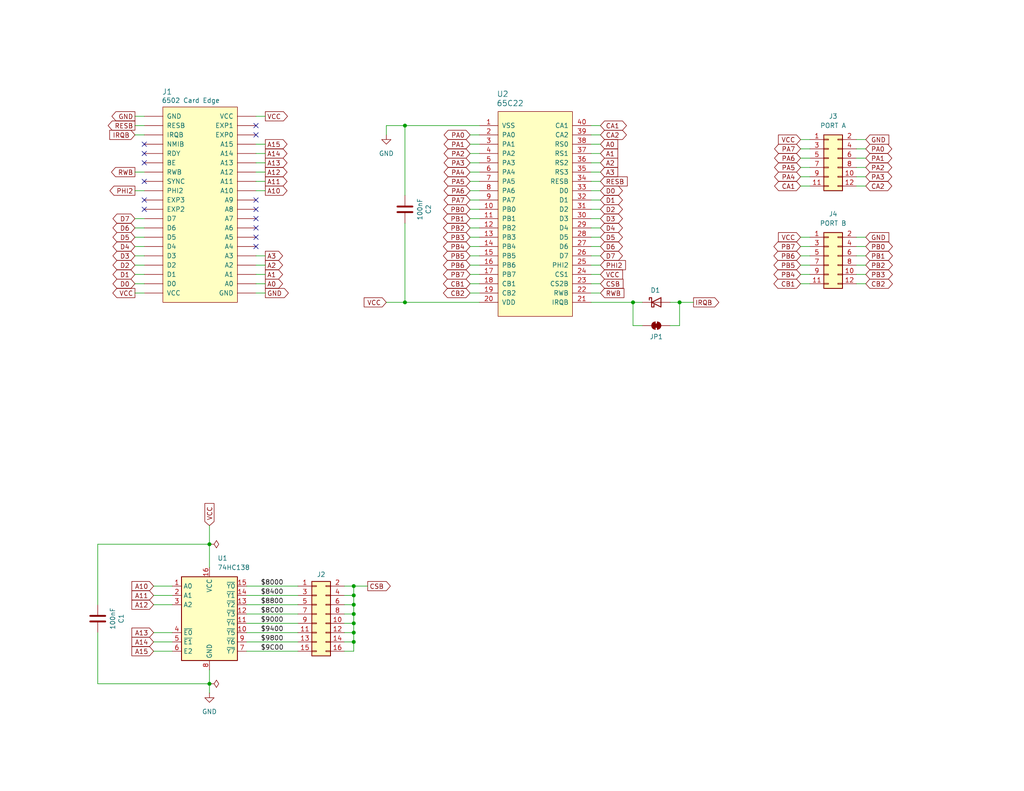
<source format=kicad_sch>
(kicad_sch (version 20231120) (generator "eeschema") (generator_version "8.0")
  (paper "USLetter")
  (title_block (title "6502 GPIO Card") (date "2024-06-12") (rev "1.0") (company "A.C. Wright Design"))
  (lib_symbols
    (symbol "6502 Parts:6502 Card Edge" (pin_names (offset 1.016)) (in_bom no)
      (property "Reference" "J" (at -10.16 28.448 0))
      (property "Value" "6502 Card Edge" (at -5.588 26.924 0))
      (symbol "6502 Card Edge_1_0"
        (rectangle (start -10.16 25.4) (end 10.16 -27.94) (fill (type background)))
        (pin bidirectional line (at 15.24 -22.86 180) (length 5.08) (name "A0") (number "A0"))
        (pin bidirectional line (at 15.24 -20.32 180) (length 5.08) (name "A1") (number "A1"))
        (pin bidirectional line (at 15.24 2.54 180) (length 5.08) (name "A10") (number "A10"))
        (pin bidirectional line (at 15.24 5.08 180) (length 5.08) (name "A11") (number "A11"))
        (pin bidirectional line (at 15.24 7.62 180) (length 5.08) (name "A12") (number "A12"))
        (pin bidirectional line (at 15.24 10.16 180) (length 5.08) (name "A13") (number "A13"))
        (pin bidirectional line (at 15.24 12.7 180) (length 5.08) (name "A14") (number "A14"))
        (pin bidirectional line (at 15.24 15.24 180) (length 5.08) (name "A15") (number "A15"))
        (pin bidirectional line (at 15.24 -17.78 180) (length 5.08) (name "A2") (number "A2"))
        (pin bidirectional line (at 15.24 -15.24 180) (length 5.08) (name "A3") (number "A3"))
        (pin bidirectional line (at 15.24 -12.7 180) (length 5.08) (name "A4") (number "A4"))
        (pin bidirectional line (at 15.24 -10.16 180) (length 5.08) (name "A5") (number "A5"))
        (pin bidirectional line (at 15.24 -7.62 180) (length 5.08) (name "A6") (number "A6"))
        (pin bidirectional line (at 15.24 -5.08 180) (length 5.08) (name "A7") (number "A7"))
        (pin bidirectional line (at 15.24 -2.54 180) (length 5.08) (name "A8") (number "A8"))
        (pin bidirectional line (at 15.24 0 180) (length 5.08) (name "A9") (number "A9"))
        (pin bidirectional line (at -15.24 10.16 0) (length 5.08) (name "BE") (number "BE"))
        (pin bidirectional line (at -15.24 -22.86 0) (length 5.08) (name "D0") (number "D0"))
        (pin bidirectional line (at -15.24 -20.32 0) (length 5.08) (name "D1") (number "D1"))
        (pin bidirectional line (at -15.24 -17.78 0) (length 5.08) (name "D2") (number "D2"))
        (pin bidirectional line (at -15.24 -15.24 0) (length 5.08) (name "D3") (number "D3"))
        (pin bidirectional line (at -15.24 -12.7 0) (length 5.08) (name "D4") (number "D4"))
        (pin bidirectional line (at -15.24 -10.16 0) (length 5.08) (name "D5") (number "D5"))
        (pin bidirectional line (at -15.24 -7.62 0) (length 5.08) (name "D6") (number "D6"))
        (pin bidirectional line (at -15.24 -5.08 0) (length 5.08) (name "D7") (number "D7"))
        (pin bidirectional line (at 15.24 17.78 180) (length 5.08) (name "EXP0") (number "EXP0"))
        (pin bidirectional line (at 15.24 20.32 180) (length 5.08) (name "EXP1") (number "EXP1"))
        (pin bidirectional line (at -15.24 -2.54 0) (length 5.08) (name "EXP2") (number "EXP2"))
        (pin bidirectional line (at -15.24 0 0) (length 5.08) (name "EXP3") (number "EXP3"))
        (pin power_in line (at -15.24 22.86 0) (length 5.08) (name "GND") (number "GND"))
        (pin power_in line (at 15.24 -25.4 180) (length 5.08) (name "GND") (number "GND"))
        (pin bidirectional line (at -15.24 17.78 0) (length 5.08) (name "IRQB") (number "IRQB"))
        (pin bidirectional line (at -15.24 15.24 0) (length 5.08) (name "NMIB") (number "NMIB"))
        (pin bidirectional line (at -15.24 2.54 0) (length 5.08) (name "PHI2") (number "PHI2"))
        (pin bidirectional line (at -15.24 12.7 0) (length 5.08) (name "RDY") (number "RDY"))
        (pin bidirectional line (at -15.24 20.32 0) (length 5.08) (name "RESB") (number "RESB"))
        (pin bidirectional line (at -15.24 7.62 0) (length 5.08) (name "RWB") (number "RWB"))
        (pin bidirectional line (at -15.24 5.08 0) (length 5.08) (name "SYNC") (number "SYNC"))
        (pin power_in line (at -15.24 -25.4 0) (length 5.08) (name "VCC") (number "VCC"))
        (pin power_in line (at 15.24 22.86 180) (length 5.08) (name "VCC") (number "VCC"))
      )
    )
    (symbol "6502 Parts:65C22" (pin_names (offset 1.016))
      (property "Reference" "U" (at 26.67 7.62 0))
      (property "Value" "65C22" (at 26.67 5.08 0))
      (symbol "65C22_0_1"
        (rectangle (start 5.08 3.81) (end 25.4 -52.07) (fill (type background)))
      )
      (symbol "65C22_1_0"
        (pin power_in line (at 0 0 0) (length 5.08) (name "VSS") (number "1"))
        (pin bidirectional line (at 0 -22.86 0) (length 5.08) (name "PB0") (number "10"))
        (pin bidirectional line (at 0 -25.4 0) (length 5.08) (name "PB1") (number "11"))
        (pin bidirectional line (at 0 -27.94 0) (length 5.08) (name "PB2") (number "12"))
        (pin bidirectional line (at 0 -30.48 0) (length 5.08) (name "PB3") (number "13"))
        (pin bidirectional line (at 0 -33.02 0) (length 5.08) (name "PB4") (number "14"))
        (pin bidirectional line (at 0 -35.56 0) (length 5.08) (name "PB5") (number "15"))
        (pin bidirectional line (at 0 -38.1 0) (length 5.08) (name "PB6") (number "16"))
        (pin bidirectional line (at 0 -40.64 0) (length 5.08) (name "PB7") (number "17"))
        (pin bidirectional line (at 0 -43.18 0) (length 5.08) (name "CB1") (number "18"))
        (pin bidirectional line (at 0 -45.72 0) (length 5.08) (name "CB2") (number "19"))
        (pin bidirectional line (at 0 -2.54 0) (length 5.08) (name "PA0") (number "2"))
        (pin power_in line (at 0 -48.26 0) (length 5.08) (name "VDD") (number "20"))
        (pin output line (at 30.48 -48.26 180) (length 5.08) (name "IRQB") (number "21"))
        (pin input line (at 30.48 -45.72 180) (length 5.08) (name "RWB") (number "22"))
        (pin input line (at 30.48 -43.18 180) (length 5.08) (name "CS2B") (number "23"))
        (pin input line (at 30.48 -40.64 180) (length 5.08) (name "CS1") (number "24"))
        (pin input line (at 30.48 -38.1 180) (length 5.08) (name "PHI2") (number "25"))
        (pin output line (at 30.48 -35.56 180) (length 5.08) (name "D7") (number "26"))
        (pin output line (at 30.48 -33.02 180) (length 5.08) (name "D6") (number "27"))
        (pin output line (at 30.48 -30.48 180) (length 5.08) (name "D5") (number "28"))
        (pin output line (at 30.48 -27.94 180) (length 5.08) (name "D4") (number "29"))
        (pin bidirectional line (at 0 -5.08 0) (length 5.08) (name "PA1") (number "3"))
        (pin output line (at 30.48 -25.4 180) (length 5.08) (name "D3") (number "30"))
        (pin output line (at 30.48 -22.86 180) (length 5.08) (name "D2") (number "31"))
        (pin output line (at 30.48 -20.32 180) (length 5.08) (name "D1") (number "32"))
        (pin output line (at 30.48 -17.78 180) (length 5.08) (name "D0") (number "33"))
        (pin input line (at 30.48 -15.24 180) (length 5.08) (name "RESB") (number "34"))
        (pin input line (at 30.48 -12.7 180) (length 5.08) (name "RS3") (number "35"))
        (pin input line (at 30.48 -10.16 180) (length 5.08) (name "RS2") (number "36"))
        (pin input line (at 30.48 -7.62 180) (length 5.08) (name "RS1") (number "37"))
        (pin input line (at 30.48 -5.08 180) (length 5.08) (name "RS0") (number "38"))
        (pin bidirectional line (at 30.48 -2.54 180) (length 5.08) (name "CA2") (number "39"))
        (pin bidirectional line (at 0 -7.62 0) (length 5.08) (name "PA2") (number "4"))
        (pin bidirectional line (at 30.48 0 180) (length 5.08) (name "CA1") (number "40"))
        (pin bidirectional line (at 0 -10.16 0) (length 5.08) (name "PA3") (number "5"))
        (pin bidirectional line (at 0 -12.7 0) (length 5.08) (name "PA4") (number "6"))
        (pin bidirectional line (at 0 -15.24 0) (length 5.08) (name "PA5") (number "7"))
        (pin bidirectional line (at 0 -17.78 0) (length 5.08) (name "PA6") (number "8"))
        (pin bidirectional line (at 0 -20.32 0) (length 5.08) (name "PA7") (number "9"))
      )
    )
    (symbol "74xx:74HC138"
      (property "Reference" "U" (at -7.62 13.97 0))
      (property "Value" "74HC138" (at 2.54 -11.43 0))
      (symbol "74HC138_0_1"
        (rectangle (start -7.62 12.7) (end 7.62 -10.16) (stroke (width 0.254)) (fill (type background)))
      )
      (symbol "74HC138_1_1"
        (pin input line (at -10.16 10.16 0) (length 2.54) (name "A0") (number "1"))
        (pin output line (at 10.16 -2.54 180) (length 2.54) (name "~{Y5}") (number "10"))
        (pin output line (at 10.16 0 180) (length 2.54) (name "~{Y4}") (number "11"))
        (pin output line (at 10.16 2.54 180) (length 2.54) (name "~{Y3}") (number "12"))
        (pin output line (at 10.16 5.08 180) (length 2.54) (name "~{Y2}") (number "13"))
        (pin output line (at 10.16 7.62 180) (length 2.54) (name "~{Y1}") (number "14"))
        (pin output line (at 10.16 10.16 180) (length 2.54) (name "~{Y0}") (number "15"))
        (pin power_in line (at 0 15.24 270) (length 2.54) (name "VCC") (number "16"))
        (pin input line (at -10.16 7.62 0) (length 2.54) (name "A1") (number "2"))
        (pin input line (at -10.16 5.08 0) (length 2.54) (name "A2") (number "3"))
        (pin input line (at -10.16 -2.54 0) (length 2.54) (name "~{E0}") (number "4"))
        (pin input line (at -10.16 -5.08 0) (length 2.54) (name "~{E1}") (number "5"))
        (pin input line (at -10.16 -7.62 0) (length 2.54) (name "E2") (number "6"))
        (pin output line (at 10.16 -7.62 180) (length 2.54) (name "~{Y7}") (number "7"))
        (pin power_in line (at 0 -12.7 90) (length 2.54) (name "GND") (number "8"))
        (pin output line (at 10.16 -5.08 180) (length 2.54) (name "~{Y6}") (number "9"))
      )
    )
    (symbol "Connector_Generic:Conn_02x06_Odd_Even" (pin_names (offset 1.016) hide)
      (property "Reference" "J" (at 1.27 7.62 0))
      (property "Value" "Conn_02x06_Odd_Even" (at 1.27 -10.16 0))
      (symbol "Conn_02x06_Odd_Even_1_1"
        (rectangle (start -1.27 -7.493) (end 0 -7.747) (stroke (width 0.1524)))
        (rectangle (start -1.27 -4.953) (end 0 -5.207) (stroke (width 0.1524)))
        (rectangle (start -1.27 -2.413) (end 0 -2.667) (stroke (width 0.1524)))
        (rectangle (start -1.27 0.127) (end 0 -0.127) (stroke (width 0.1524)))
        (rectangle (start -1.27 2.667) (end 0 2.413) (stroke (width 0.1524)))
        (rectangle (start -1.27 5.207) (end 0 4.953) (stroke (width 0.1524)))
        (rectangle (start -1.27 6.35) (end 3.81 -8.89) (stroke (width 0.254)) (fill (type background)))
        (rectangle (start 3.81 -7.493) (end 2.54 -7.747) (stroke (width 0.1524)))
        (rectangle (start 3.81 -4.953) (end 2.54 -5.207) (stroke (width 0.1524)))
        (rectangle (start 3.81 -2.413) (end 2.54 -2.667) (stroke (width 0.1524)))
        (rectangle (start 3.81 0.127) (end 2.54 -0.127) (stroke (width 0.1524)))
        (rectangle (start 3.81 2.667) (end 2.54 2.413) (stroke (width 0.1524)))
        (rectangle (start 3.81 5.207) (end 2.54 4.953) (stroke (width 0.1524)))
        (pin passive line (at -5.08 5.08 0) (length 3.81) (name "Pin_1") (number "1"))
        (pin passive line (at 7.62 -5.08 180) (length 3.81) (name "Pin_10") (number "10"))
        (pin passive line (at -5.08 -7.62 0) (length 3.81) (name "Pin_11") (number "11"))
        (pin passive line (at 7.62 -7.62 180) (length 3.81) (name "Pin_12") (number "12"))
        (pin passive line (at 7.62 5.08 180) (length 3.81) (name "Pin_2") (number "2"))
        (pin passive line (at -5.08 2.54 0) (length 3.81) (name "Pin_3") (number "3"))
        (pin passive line (at 7.62 2.54 180) (length 3.81) (name "Pin_4") (number "4"))
        (pin passive line (at -5.08 0 0) (length 3.81) (name "Pin_5") (number "5"))
        (pin passive line (at 7.62 0 180) (length 3.81) (name "Pin_6") (number "6"))
        (pin passive line (at -5.08 -2.54 0) (length 3.81) (name "Pin_7") (number "7"))
        (pin passive line (at 7.62 -2.54 180) (length 3.81) (name "Pin_8") (number "8"))
        (pin passive line (at -5.08 -5.08 0) (length 3.81) (name "Pin_9") (number "9"))
      )
    )
    (symbol "Connector_Generic:Conn_02x08_Odd_Even" (pin_names (offset 1.016) hide)
      (property "Reference" "J" (at 1.27 10.16 0))
      (property "Value" "Conn_02x08_Odd_Even" (at 1.27 -12.7 0))
      (symbol "Conn_02x08_Odd_Even_1_1"
        (rectangle (start -1.27 -10.033) (end 0 -10.287) (stroke (width 0.1524)))
        (rectangle (start -1.27 -7.493) (end 0 -7.747) (stroke (width 0.1524)))
        (rectangle (start -1.27 -4.953) (end 0 -5.207) (stroke (width 0.1524)))
        (rectangle (start -1.27 -2.413) (end 0 -2.667) (stroke (width 0.1524)))
        (rectangle (start -1.27 0.127) (end 0 -0.127) (stroke (width 0.1524)))
        (rectangle (start -1.27 2.667) (end 0 2.413) (stroke (width 0.1524)))
        (rectangle (start -1.27 5.207) (end 0 4.953) (stroke (width 0.1524)))
        (rectangle (start -1.27 7.747) (end 0 7.493) (stroke (width 0.1524)))
        (rectangle (start -1.27 8.89) (end 3.81 -11.43) (stroke (width 0.254)) (fill (type background)))
        (rectangle (start 3.81 -10.033) (end 2.54 -10.287) (stroke (width 0.1524)))
        (rectangle (start 3.81 -7.493) (end 2.54 -7.747) (stroke (width 0.1524)))
        (rectangle (start 3.81 -4.953) (end 2.54 -5.207) (stroke (width 0.1524)))
        (rectangle (start 3.81 -2.413) (end 2.54 -2.667) (stroke (width 0.1524)))
        (rectangle (start 3.81 0.127) (end 2.54 -0.127) (stroke (width 0.1524)))
        (rectangle (start 3.81 2.667) (end 2.54 2.413) (stroke (width 0.1524)))
        (rectangle (start 3.81 5.207) (end 2.54 4.953) (stroke (width 0.1524)))
        (rectangle (start 3.81 7.747) (end 2.54 7.493) (stroke (width 0.1524)))
        (pin passive line (at -5.08 7.62 0) (length 3.81) (name "Pin_1") (number "1"))
        (pin passive line (at 7.62 -2.54 180) (length 3.81) (name "Pin_10") (number "10"))
        (pin passive line (at -5.08 -5.08 0) (length 3.81) (name "Pin_11") (number "11"))
        (pin passive line (at 7.62 -5.08 180) (length 3.81) (name "Pin_12") (number "12"))
        (pin passive line (at -5.08 -7.62 0) (length 3.81) (name "Pin_13") (number "13"))
        (pin passive line (at 7.62 -7.62 180) (length 3.81) (name "Pin_14") (number "14"))
        (pin passive line (at -5.08 -10.16 0) (length 3.81) (name "Pin_15") (number "15"))
        (pin passive line (at 7.62 -10.16 180) (length 3.81) (name "Pin_16") (number "16"))
        (pin passive line (at 7.62 7.62 180) (length 3.81) (name "Pin_2") (number "2"))
        (pin passive line (at -5.08 5.08 0) (length 3.81) (name "Pin_3") (number "3"))
        (pin passive line (at 7.62 5.08 180) (length 3.81) (name "Pin_4") (number "4"))
        (pin passive line (at -5.08 2.54 0) (length 3.81) (name "Pin_5") (number "5"))
        (pin passive line (at 7.62 2.54 180) (length 3.81) (name "Pin_6") (number "6"))
        (pin passive line (at -5.08 0 0) (length 3.81) (name "Pin_7") (number "7"))
        (pin passive line (at 7.62 0 180) (length 3.81) (name "Pin_8") (number "8"))
        (pin passive line (at -5.08 -2.54 0) (length 3.81) (name "Pin_9") (number "9"))
      )
    )
    (symbol "Device:C" (pin_numbers hide) (pin_names (offset 0.254))
      (property "Reference" "C" (at 0.635 2.54 0))
      (property "Value" "C" (at 0.635 -2.54 0))
      (symbol "C_0_1"
        (polyline (pts (xy -2.032 -0.762) (xy 2.032 -0.762)) (stroke (width 0.508)))
        (polyline (pts (xy -2.032 0.762) (xy 2.032 0.762)) (stroke (width 0.508)))
      )
      (symbol "C_1_1"
        (pin passive line (at 0 3.81 270) (length 2.794) (name "~") (number "1"))
        (pin passive line (at 0 -3.81 90) (length 2.794) (name "~") (number "2"))
      )
    )
    (symbol "Device:D_Schottky" (pin_numbers hide) (pin_names (offset 1.016) hide)
      (property "Reference" "D" (at 0 2.54 0))
      (property "Value" "D_Schottky" (at 0 -2.54 0))
      (symbol "D_Schottky_0_1"
        (polyline (pts (xy 1.27 0) (xy -1.27 0)))
        (polyline (pts (xy 1.27 1.27) (xy 1.27 -1.27) (xy -1.27 0) (xy 1.27 1.27)) (stroke (width 0.254)))
        (polyline (pts (xy -1.905 0.635) (xy -1.905 1.27) (xy -1.27 1.27) (xy -1.27 -1.27) (xy -0.635 -1.27) (xy -0.635 -0.635)) (stroke (width 0.254)))
      )
      (symbol "D_Schottky_1_1"
        (pin passive line (at -3.81 0 0) (length 2.54) (name "K") (number "1"))
        (pin passive line (at 3.81 0 180) (length 2.54) (name "A") (number "2"))
      )
    )
    (symbol "Jumper:SolderJumper_2_Bridged" (pin_numbers hide) (pin_names (offset 0) hide) (exclude_from_sim yes) (in_bom no)
      (property "Reference" "JP" (at 0 2.032 0))
      (property "Value" "SolderJumper_2_Bridged" (at 0 -2.54 0))
      (symbol "SolderJumper_2_Bridged_0_1"
        (rectangle (start -0.508 0.508) (end 0.508 -0.508) (fill (type outline)))
        (arc (start -0.254 1.016) (mid -1.2656 0) (end -0.254 -1.016))
        (arc (start -0.254 1.016) (mid -1.2656 0) (end -0.254 -1.016) (fill (type outline)))
        (polyline (pts (xy -0.254 1.016) (xy -0.254 -1.016)))
        (polyline (pts (xy 0.254 1.016) (xy 0.254 -1.016)))
        (arc (start 0.254 -1.016) (mid 1.2656 0) (end 0.254 1.016))
        (arc (start 0.254 -1.016) (mid 1.2656 0) (end 0.254 1.016) (fill (type outline)))
      )
      (symbol "SolderJumper_2_Bridged_1_1"
        (pin passive line (at -3.81 0 0) (length 2.54) (name "A") (number "1"))
        (pin passive line (at 3.81 0 180) (length 2.54) (name "B") (number "2"))
      )
    )
    (symbol "power:GND" (power) (pin_numbers hide) (pin_names (offset 0) hide)
      (property "Value" "GND" (at 0 -3.81 0))
      (symbol "GND_0_1"
        (polyline (pts (xy 0 0) (xy 0 -1.27) (xy 1.27 -1.27) (xy 0 -2.54) (xy -1.27 -1.27) (xy 0 -1.27)))
      )
      (symbol "GND_1_1"
        (pin power_in line (at 0 0 270) (length 0) (name "~") (number "1"))
      )
    )
    (symbol "power:PWR_FLAG" (power) (pin_numbers hide) (pin_names (offset 0) hide)
      (property "Value" "PWR_FLAG" (at 0 3.81 0))
      (symbol "PWR_FLAG_0_0"
        (pin power_out line (at 0 0 90) (length 0) (name "~") (number "1"))
      )
      (symbol "PWR_FLAG_0_1"
        (polyline (pts (xy 0 0) (xy 0 1.27) (xy -1.016 1.905) (xy 0 2.54) (xy 1.016 1.905) (xy 0 1.27)))
      )
    )
  )
  (junction (at 96.52 162.56))
  (junction (at 110.49 34.29))
  (junction (at 96.52 160.02))
  (junction (at 172.72 82.55))
  (junction (at 57.15 186.69))
  (junction (at 96.52 170.18))
  (junction (at 96.52 165.1))
  (junction (at 96.52 167.64))
  (junction (at 185.42 82.55))
  (junction (at 57.15 148.59))
  (junction (at 96.52 175.26))
  (junction (at 96.52 172.72))
  (junction (at 110.49 82.55))
  (no_connect (at 69.85 36.83))
  (no_connect (at 39.37 39.37))
  (no_connect (at 69.85 59.69))
  (no_connect (at 39.37 49.53))
  (no_connect (at 39.37 41.91))
  (no_connect (at 69.85 64.77))
  (no_connect (at 39.37 57.15))
  (no_connect (at 69.85 54.61))
  (no_connect (at 69.85 34.29))
  (no_connect (at 39.37 54.61))
  (no_connect (at 69.85 67.31))
  (no_connect (at 69.85 62.23))
  (no_connect (at 39.37 44.45))
  (no_connect (at 69.85 57.15))
  (wire (pts (xy 185.42 82.55) (xy 189.23 82.55)))
  (wire (pts (xy 69.85 72.39) (xy 72.39 72.39)))
  (wire (pts (xy 110.49 82.55) (xy 130.81 82.55)))
  (wire (pts (xy 96.52 167.64) (xy 93.98 167.64)))
  (wire (pts (xy 161.29 57.15) (xy 163.83 57.15)))
  (wire (pts (xy 161.29 46.99) (xy 163.83 46.99)))
  (wire (pts (xy 36.83 52.07) (xy 39.37 52.07)))
  (wire (pts (xy 36.83 31.75) (xy 39.37 31.75)))
  (wire (pts (xy 161.29 44.45) (xy 163.83 44.45)))
  (wire (pts (xy 36.83 74.93) (xy 39.37 74.93)))
  (wire (pts (xy 36.83 36.83) (xy 39.37 36.83)))
  (wire (pts (xy 161.29 41.91) (xy 163.83 41.91)))
  (wire (pts (xy 218.44 69.85) (xy 220.98 69.85)))
  (wire (pts (xy 105.41 82.55) (xy 110.49 82.55)))
  (wire (pts (xy 41.91 175.26) (xy 46.99 175.26)))
  (wire (pts (xy 36.83 69.85) (xy 39.37 69.85)))
  (wire (pts (xy 161.29 64.77) (xy 163.83 64.77)))
  (wire (pts (xy 172.72 88.9) (xy 175.26 88.9)))
  (wire (pts (xy 36.83 34.29) (xy 39.37 34.29)))
  (wire (pts (xy 41.91 162.56) (xy 46.99 162.56)))
  (wire (pts (xy 36.83 77.47) (xy 39.37 77.47)))
  (wire (pts (xy 161.29 82.55) (xy 172.72 82.55)))
  (wire (pts (xy 110.49 34.29) (xy 110.49 53.34)))
  (wire (pts (xy 128.27 64.77) (xy 130.81 64.77)))
  (wire (pts (xy 161.29 54.61) (xy 163.83 54.61)))
  (wire (pts (xy 218.44 45.72) (xy 220.98 45.72)))
  (wire (pts (xy 67.31 162.56) (xy 81.28 162.56)))
  (wire (pts (xy 69.85 77.47) (xy 72.39 77.47)))
  (wire (pts (xy 67.31 177.8) (xy 81.28 177.8)))
  (wire (pts (xy 96.52 175.26) (xy 96.52 172.72)))
  (wire (pts (xy 182.88 88.9) (xy 185.42 88.9)))
  (wire (pts (xy 128.27 80.01) (xy 130.81 80.01)))
  (wire (pts (xy 96.52 172.72) (xy 96.52 170.18)))
  (wire (pts (xy 96.52 170.18) (xy 93.98 170.18)))
  (wire (pts (xy 36.83 62.23) (xy 39.37 62.23)))
  (wire (pts (xy 128.27 77.47) (xy 130.81 77.47)))
  (wire (pts (xy 233.68 48.26) (xy 236.22 48.26)))
  (wire (pts (xy 105.41 34.29) (xy 110.49 34.29)))
  (wire (pts (xy 69.85 80.01) (xy 72.39 80.01)))
  (wire (pts (xy 161.29 80.01) (xy 163.83 80.01)))
  (wire (pts (xy 26.67 148.59) (xy 26.67 165.1)))
  (wire (pts (xy 67.31 175.26) (xy 81.28 175.26)))
  (wire (pts (xy 128.27 49.53) (xy 130.81 49.53)))
  (wire (pts (xy 69.85 31.75) (xy 72.39 31.75)))
  (wire (pts (xy 218.44 77.47) (xy 220.98 77.47)))
  (wire (pts (xy 41.91 177.8) (xy 46.99 177.8)))
  (wire (pts (xy 233.68 67.31) (xy 236.22 67.31)))
  (wire (pts (xy 36.83 64.77) (xy 39.37 64.77)))
  (wire (pts (xy 57.15 148.59) (xy 57.15 154.94)))
  (wire (pts (xy 128.27 67.31) (xy 130.81 67.31)))
  (wire (pts (xy 161.29 34.29) (xy 163.83 34.29)))
  (wire (pts (xy 161.29 77.47) (xy 163.83 77.47)))
  (wire (pts (xy 69.85 39.37) (xy 72.39 39.37)))
  (wire (pts (xy 67.31 160.02) (xy 81.28 160.02)))
  (wire (pts (xy 41.91 160.02) (xy 46.99 160.02)))
  (wire (pts (xy 233.68 38.1) (xy 236.22 38.1)))
  (wire (pts (xy 128.27 39.37) (xy 130.81 39.37)))
  (wire (pts (xy 218.44 74.93) (xy 220.98 74.93)))
  (wire (pts (xy 233.68 69.85) (xy 236.22 69.85)))
  (wire (pts (xy 128.27 36.83) (xy 130.81 36.83)))
  (wire (pts (xy 128.27 72.39) (xy 130.81 72.39)))
  (wire (pts (xy 69.85 46.99) (xy 72.39 46.99)))
  (wire (pts (xy 161.29 72.39) (xy 163.83 72.39)))
  (wire (pts (xy 233.68 64.77) (xy 236.22 64.77)))
  (wire (pts (xy 218.44 64.77) (xy 220.98 64.77)))
  (wire (pts (xy 218.44 38.1) (xy 220.98 38.1)))
  (wire (pts (xy 69.85 49.53) (xy 72.39 49.53)))
  (wire (pts (xy 69.85 44.45) (xy 72.39 44.45)))
  (wire (pts (xy 26.67 186.69) (xy 26.67 172.72)))
  (wire (pts (xy 218.44 40.64) (xy 220.98 40.64)))
  (wire (pts (xy 57.15 186.69) (xy 57.15 189.23)))
  (wire (pts (xy 36.83 46.99) (xy 39.37 46.99)))
  (wire (pts (xy 218.44 72.39) (xy 220.98 72.39)))
  (wire (pts (xy 128.27 54.61) (xy 130.81 54.61)))
  (wire (pts (xy 69.85 52.07) (xy 72.39 52.07)))
  (wire (pts (xy 67.31 167.64) (xy 81.28 167.64)))
  (wire (pts (xy 233.68 77.47) (xy 236.22 77.47)))
  (wire (pts (xy 67.31 170.18) (xy 81.28 170.18)))
  (wire (pts (xy 128.27 74.93) (xy 130.81 74.93)))
  (wire (pts (xy 128.27 44.45) (xy 130.81 44.45)))
  (wire (pts (xy 96.52 162.56) (xy 96.52 160.02)))
  (wire (pts (xy 67.31 172.72) (xy 81.28 172.72)))
  (wire (pts (xy 57.15 148.59) (xy 57.15 143.51)))
  (wire (pts (xy 96.52 160.02) (xy 100.33 160.02)))
  (wire (pts (xy 26.67 186.69) (xy 57.15 186.69)))
  (wire (pts (xy 41.91 165.1) (xy 46.99 165.1)))
  (wire (pts (xy 93.98 165.1) (xy 96.52 165.1)))
  (wire (pts (xy 233.68 74.93) (xy 236.22 74.93)))
  (wire (pts (xy 161.29 59.69) (xy 163.83 59.69)))
  (wire (pts (xy 161.29 62.23) (xy 163.83 62.23)))
  (wire (pts (xy 41.91 172.72) (xy 46.99 172.72)))
  (wire (pts (xy 67.31 165.1) (xy 81.28 165.1)))
  (wire (pts (xy 69.85 69.85) (xy 72.39 69.85)))
  (wire (pts (xy 161.29 69.85) (xy 163.83 69.85)))
  (wire (pts (xy 110.49 60.96) (xy 110.49 82.55)))
  (wire (pts (xy 36.83 80.01) (xy 39.37 80.01)))
  (wire (pts (xy 218.44 48.26) (xy 220.98 48.26)))
  (wire (pts (xy 96.52 177.8) (xy 96.52 175.26)))
  (wire (pts (xy 233.68 45.72) (xy 236.22 45.72)))
  (wire (pts (xy 128.27 57.15) (xy 130.81 57.15)))
  (wire (pts (xy 161.29 52.07) (xy 163.83 52.07)))
  (wire (pts (xy 233.68 72.39) (xy 236.22 72.39)))
  (wire (pts (xy 128.27 69.85) (xy 130.81 69.85)))
  (wire (pts (xy 161.29 67.31) (xy 163.83 67.31)))
  (wire (pts (xy 96.52 162.56) (xy 93.98 162.56)))
  (wire (pts (xy 96.52 170.18) (xy 96.52 167.64)))
  (wire (pts (xy 161.29 49.53) (xy 163.83 49.53)))
  (wire (pts (xy 96.52 167.64) (xy 96.52 165.1)))
  (wire (pts (xy 128.27 52.07) (xy 130.81 52.07)))
  (wire (pts (xy 96.52 172.72) (xy 93.98 172.72)))
  (wire (pts (xy 128.27 41.91) (xy 130.81 41.91)))
  (wire (pts (xy 218.44 43.18) (xy 220.98 43.18)))
  (wire (pts (xy 36.83 72.39) (xy 39.37 72.39)))
  (wire (pts (xy 218.44 67.31) (xy 220.98 67.31)))
  (wire (pts (xy 93.98 160.02) (xy 96.52 160.02)))
  (wire (pts (xy 105.41 36.83) (xy 105.41 34.29)))
  (wire (pts (xy 233.68 50.8) (xy 236.22 50.8)))
  (wire (pts (xy 185.42 82.55) (xy 182.88 82.55)))
  (wire (pts (xy 69.85 74.93) (xy 72.39 74.93)))
  (wire (pts (xy 172.72 82.55) (xy 172.72 88.9)))
  (wire (pts (xy 128.27 62.23) (xy 130.81 62.23)))
  (wire (pts (xy 57.15 148.59) (xy 26.67 148.59)))
  (wire (pts (xy 69.85 41.91) (xy 72.39 41.91)))
  (wire (pts (xy 172.72 82.55) (xy 175.26 82.55)))
  (wire (pts (xy 96.52 165.1) (xy 96.52 162.56)))
  (wire (pts (xy 128.27 59.69) (xy 130.81 59.69)))
  (wire (pts (xy 57.15 182.88) (xy 57.15 186.69)))
  (wire (pts (xy 96.52 175.26) (xy 93.98 175.26)))
  (wire (pts (xy 161.29 74.93) (xy 163.83 74.93)))
  (wire (pts (xy 36.83 67.31) (xy 39.37 67.31)))
  (wire (pts (xy 110.49 34.29) (xy 130.81 34.29)))
  (wire (pts (xy 185.42 88.9) (xy 185.42 82.55)))
  (wire (pts (xy 36.83 59.69) (xy 39.37 59.69)))
  (wire (pts (xy 218.44 50.8) (xy 220.98 50.8)))
  (wire (pts (xy 128.27 46.99) (xy 130.81 46.99)))
  (wire (pts (xy 161.29 39.37) (xy 163.83 39.37)))
  (wire (pts (xy 93.98 177.8) (xy 96.52 177.8)))
  (wire (pts (xy 233.68 43.18) (xy 236.22 43.18)))
  (wire (pts (xy 233.68 40.64) (xy 236.22 40.64)))
  (wire (pts (xy 161.29 36.83) (xy 163.83 36.83)))
  (label "$8000" (at 71.12 160.02 0))
  (label "$9C00" (at 71.12 177.8 0))
  (label "$9400" (at 71.12 172.72 0))
  (label "$8400" (at 71.12 162.56 0))
  (label "$8C00" (at 71.12 167.64 0))
  (label "$9800" (at 71.12 175.26 0))
  (label "$8800" (at 71.12 165.1 0))
  (label "$9000" (at 71.12 170.18 0))
  (global_label "PB5" (shape bidirectional) (at 218.44 72.39 180) (property "Intersheetrefs" "${INTERSHEET_REFS}" (effects (hide yes))))
  (global_label "PA2" (shape bidirectional) (at 128.27 41.91 180) (property "Intersheetrefs" "${INTERSHEET_REFS}" (effects (hide yes))))
  (global_label "D6" (shape bidirectional) (at 163.83 67.31 0) (property "Intersheetrefs" "${INTERSHEET_REFS}" (effects (hide yes))))
  (global_label "CB1" (shape bidirectional) (at 128.27 77.47 180) (property "Intersheetrefs" "${INTERSHEET_REFS}" (effects (hide yes))))
  (global_label "CB2" (shape bidirectional) (at 236.22 77.47 0) (property "Intersheetrefs" "${INTERSHEET_REFS}" (effects (hide yes))))
  (global_label "CSB" (shape output) (at 100.33 160.02 0) (property "Intersheetrefs" "${INTERSHEET_REFS}" (effects (hide yes))))
  (global_label "PB2" (shape bidirectional) (at 236.22 72.39 0) (property "Intersheetrefs" "${INTERSHEET_REFS}" (effects (hide yes))))
  (global_label "VCC" (shape input) (at 57.15 143.51 90) (property "Intersheetrefs" "${INTERSHEET_REFS}" (effects (hide yes))))
  (global_label "PB7" (shape bidirectional) (at 218.44 67.31 180) (property "Intersheetrefs" "${INTERSHEET_REFS}" (effects (hide yes))))
  (global_label "A3" (shape output) (at 72.39 69.85 0) (property "Intersheetrefs" "${INTERSHEET_REFS}" (effects (hide yes))))
  (global_label "A12" (shape output) (at 72.39 46.99 0) (property "Intersheetrefs" "${INTERSHEET_REFS}" (effects (hide yes))))
  (global_label "PB1" (shape bidirectional) (at 236.22 69.85 0) (property "Intersheetrefs" "${INTERSHEET_REFS}" (effects (hide yes))))
  (global_label "CA2" (shape bidirectional) (at 236.22 50.8 0) (property "Intersheetrefs" "${INTERSHEET_REFS}" (effects (hide yes))))
  (global_label "VCC" (shape input) (at 218.44 38.1 180) (property "Intersheetrefs" "${INTERSHEET_REFS}" (effects (hide yes))))
  (global_label "CB1" (shape bidirectional) (at 218.44 77.47 180) (property "Intersheetrefs" "${INTERSHEET_REFS}" (effects (hide yes))))
  (global_label "PA7" (shape bidirectional) (at 218.44 40.64 180) (property "Intersheetrefs" "${INTERSHEET_REFS}" (effects (hide yes))))
  (global_label "A11" (shape output) (at 72.39 49.53 0) (property "Intersheetrefs" "${INTERSHEET_REFS}" (effects (hide yes))))
  (global_label "PHI2" (shape input) (at 163.83 72.39 0) (property "Intersheetrefs" "${INTERSHEET_REFS}" (effects (hide yes))))
  (global_label "A12" (shape input) (at 41.91 165.1 180) (property "Intersheetrefs" "${INTERSHEET_REFS}" (effects (hide yes))))
  (global_label "GND" (shape output) (at 36.83 31.75 180) (property "Intersheetrefs" "${INTERSHEET_REFS}" (effects (hide yes))))
  (global_label "A15" (shape input) (at 41.91 177.8 180) (property "Intersheetrefs" "${INTERSHEET_REFS}" (effects (hide yes))))
  (global_label "PA0" (shape bidirectional) (at 236.22 40.64 0) (property "Intersheetrefs" "${INTERSHEET_REFS}" (effects (hide yes))))
  (global_label "PA1" (shape bidirectional) (at 236.22 43.18 0) (property "Intersheetrefs" "${INTERSHEET_REFS}" (effects (hide yes))))
  (global_label "PB5" (shape bidirectional) (at 128.27 69.85 180) (property "Intersheetrefs" "${INTERSHEET_REFS}" (effects (hide yes))))
  (global_label "RESB" (shape input) (at 163.83 49.53 0) (property "Intersheetrefs" "${INTERSHEET_REFS}" (effects (hide yes))))
  (global_label "A1" (shape input) (at 163.83 41.91 0) (property "Intersheetrefs" "${INTERSHEET_REFS}" (effects (hide yes))))
  (global_label "CA1" (shape bidirectional) (at 218.44 50.8 180) (property "Intersheetrefs" "${INTERSHEET_REFS}" (effects (hide yes))))
  (global_label "A13" (shape input) (at 41.91 172.72 180) (property "Intersheetrefs" "${INTERSHEET_REFS}" (effects (hide yes))))
  (global_label "VCC" (shape input) (at 105.41 82.55 180) (property "Intersheetrefs" "${INTERSHEET_REFS}" (effects (hide yes))))
  (global_label "GND" (shape input) (at 236.22 38.1 0) (property "Intersheetrefs" "${INTERSHEET_REFS}" (effects (hide yes))))
  (global_label "PA6" (shape bidirectional) (at 128.27 52.07 180) (property "Intersheetrefs" "${INTERSHEET_REFS}" (effects (hide yes))))
  (global_label "A14" (shape output) (at 72.39 41.91 0) (property "Intersheetrefs" "${INTERSHEET_REFS}" (effects (hide yes))))
  (global_label "D3" (shape bidirectional) (at 36.83 69.85 180) (property "Intersheetrefs" "${INTERSHEET_REFS}" (effects (hide yes))))
  (global_label "D4" (shape bidirectional) (at 36.83 67.31 180) (property "Intersheetrefs" "${INTERSHEET_REFS}" (effects (hide yes))))
  (global_label "D6" (shape bidirectional) (at 36.83 62.23 180) (property "Intersheetrefs" "${INTERSHEET_REFS}" (effects (hide yes))))
  (global_label "PA0" (shape bidirectional) (at 128.27 36.83 180) (property "Intersheetrefs" "${INTERSHEET_REFS}" (effects (hide yes))))
  (global_label "GND" (shape input) (at 236.22 64.77 0) (property "Intersheetrefs" "${INTERSHEET_REFS}" (effects (hide yes))))
  (global_label "PA5" (shape bidirectional) (at 128.27 49.53 180) (property "Intersheetrefs" "${INTERSHEET_REFS}" (effects (hide yes))))
  (global_label "VCC" (shape input) (at 163.83 74.93 0) (property "Intersheetrefs" "${INTERSHEET_REFS}" (effects (hide yes))))
  (global_label "D1" (shape bidirectional) (at 163.83 54.61 0) (property "Intersheetrefs" "${INTERSHEET_REFS}" (effects (hide yes))))
  (global_label "PB2" (shape bidirectional) (at 128.27 62.23 180) (property "Intersheetrefs" "${INTERSHEET_REFS}" (effects (hide yes))))
  (global_label "PB0" (shape bidirectional) (at 236.22 67.31 0) (property "Intersheetrefs" "${INTERSHEET_REFS}" (effects (hide yes))))
  (global_label "PB4" (shape bidirectional) (at 128.27 67.31 180) (property "Intersheetrefs" "${INTERSHEET_REFS}" (effects (hide yes))))
  (global_label "D0" (shape bidirectional) (at 36.83 77.47 180) (property "Intersheetrefs" "${INTERSHEET_REFS}" (effects (hide yes))))
  (global_label "PB3" (shape bidirectional) (at 128.27 64.77 180) (property "Intersheetrefs" "${INTERSHEET_REFS}" (effects (hide yes))))
  (global_label "A3" (shape input) (at 163.83 46.99 0) (property "Intersheetrefs" "${INTERSHEET_REFS}" (effects (hide yes))))
  (global_label "PB0" (shape bidirectional) (at 128.27 57.15 180) (property "Intersheetrefs" "${INTERSHEET_REFS}" (effects (hide yes))))
  (global_label "CA2" (shape bidirectional) (at 163.83 36.83 0) (property "Intersheetrefs" "${INTERSHEET_REFS}" (effects (hide yes))))
  (global_label "PA1" (shape bidirectional) (at 128.27 39.37 180) (property "Intersheetrefs" "${INTERSHEET_REFS}" (effects (hide yes))))
  (global_label "PA4" (shape bidirectional) (at 218.44 48.26 180) (property "Intersheetrefs" "${INTERSHEET_REFS}" (effects (hide yes))))
  (global_label "D2" (shape bidirectional) (at 36.83 72.39 180) (property "Intersheetrefs" "${INTERSHEET_REFS}" (effects (hide yes))))
  (global_label "PA4" (shape bidirectional) (at 128.27 46.99 180) (property "Intersheetrefs" "${INTERSHEET_REFS}" (effects (hide yes))))
  (global_label "A2" (shape input) (at 163.83 44.45 0) (property "Intersheetrefs" "${INTERSHEET_REFS}" (effects (hide yes))))
  (global_label "D4" (shape bidirectional) (at 163.83 62.23 0) (property "Intersheetrefs" "${INTERSHEET_REFS}" (effects (hide yes))))
  (global_label "PA5" (shape bidirectional) (at 218.44 45.72 180) (property "Intersheetrefs" "${INTERSHEET_REFS}" (effects (hide yes))))
  (global_label "CB2" (shape bidirectional) (at 128.27 80.01 180) (property "Intersheetrefs" "${INTERSHEET_REFS}" (effects (hide yes))))
  (global_label "A0" (shape output) (at 72.39 77.47 0) (property "Intersheetrefs" "${INTERSHEET_REFS}" (effects (hide yes))))
  (global_label "PA3" (shape bidirectional) (at 236.22 48.26 0) (property "Intersheetrefs" "${INTERSHEET_REFS}" (effects (hide yes))))
  (global_label "VCC" (shape input) (at 218.44 64.77 180) (property "Intersheetrefs" "${INTERSHEET_REFS}" (effects (hide yes))))
  (global_label "D5" (shape bidirectional) (at 163.83 64.77 0) (property "Intersheetrefs" "${INTERSHEET_REFS}" (effects (hide yes))))
  (global_label "CSB" (shape input) (at 163.83 77.47 0) (property "Intersheetrefs" "${INTERSHEET_REFS}" (effects (hide yes))))
  (global_label "PHI2" (shape output) (at 36.83 52.07 180) (property "Intersheetrefs" "${INTERSHEET_REFS}" (effects (hide yes))))
  (global_label "IRQB" (shape output) (at 189.23 82.55 0) (property "Intersheetrefs" "${INTERSHEET_REFS}" (effects (hide yes))))
  (global_label "A10" (shape output) (at 72.39 52.07 0) (property "Intersheetrefs" "${INTERSHEET_REFS}" (effects (hide yes))))
  (global_label "GND" (shape output) (at 72.39 80.01 0) (property "Intersheetrefs" "${INTERSHEET_REFS}" (effects (hide yes))))
  (global_label "A2" (shape output) (at 72.39 72.39 0) (property "Intersheetrefs" "${INTERSHEET_REFS}" (effects (hide yes))))
  (global_label "A11" (shape input) (at 41.91 162.56 180) (property "Intersheetrefs" "${INTERSHEET_REFS}" (effects (hide yes))))
  (global_label "PB1" (shape bidirectional) (at 128.27 59.69 180) (property "Intersheetrefs" "${INTERSHEET_REFS}" (effects (hide yes))))
  (global_label "RWB" (shape output) (at 36.83 46.99 180) (property "Intersheetrefs" "${INTERSHEET_REFS}" (effects (hide yes))))
  (global_label "PA7" (shape bidirectional) (at 128.27 54.61 180) (property "Intersheetrefs" "${INTERSHEET_REFS}" (effects (hide yes))))
  (global_label "D7" (shape bidirectional) (at 36.83 59.69 180) (property "Intersheetrefs" "${INTERSHEET_REFS}" (effects (hide yes))))
  (global_label "D1" (shape bidirectional) (at 36.83 74.93 180) (property "Intersheetrefs" "${INTERSHEET_REFS}" (effects (hide yes))))
  (global_label "PA6" (shape bidirectional) (at 218.44 43.18 180) (property "Intersheetrefs" "${INTERSHEET_REFS}" (effects (hide yes))))
  (global_label "D7" (shape bidirectional) (at 163.83 69.85 0) (property "Intersheetrefs" "${INTERSHEET_REFS}" (effects (hide yes))))
  (global_label "A1" (shape output) (at 72.39 74.93 0) (property "Intersheetrefs" "${INTERSHEET_REFS}" (effects (hide yes))))
  (global_label "VCC" (shape output) (at 72.39 31.75 0) (property "Intersheetrefs" "${INTERSHEET_REFS}" (effects (hide yes))))
  (global_label "D3" (shape bidirectional) (at 163.83 59.69 0) (property "Intersheetrefs" "${INTERSHEET_REFS}" (effects (hide yes))))
  (global_label "D2" (shape bidirectional) (at 163.83 57.15 0) (property "Intersheetrefs" "${INTERSHEET_REFS}" (effects (hide yes))))
  (global_label "PB3" (shape bidirectional) (at 236.22 74.93 0) (property "Intersheetrefs" "${INTERSHEET_REFS}" (effects (hide yes))))
  (global_label "RWB" (shape input) (at 163.83 80.01 0) (property "Intersheetrefs" "${INTERSHEET_REFS}" (effects (hide yes))))
  (global_label "D0" (shape bidirectional) (at 163.83 52.07 0) (property "Intersheetrefs" "${INTERSHEET_REFS}" (effects (hide yes))))
  (global_label "A0" (shape input) (at 163.83 39.37 0) (property "Intersheetrefs" "${INTERSHEET_REFS}" (effects (hide yes))))
  (global_label "PB7" (shape bidirectional) (at 128.27 74.93 180) (property "Intersheetrefs" "${INTERSHEET_REFS}" (effects (hide yes))))
  (global_label "A14" (shape input) (at 41.91 175.26 180) (property "Intersheetrefs" "${INTERSHEET_REFS}" (effects (hide yes))))
  (global_label "CA1" (shape bidirectional) (at 163.83 34.29 0) (property "Intersheetrefs" "${INTERSHEET_REFS}" (effects (hide yes))))
  (global_label "VCC" (shape output) (at 36.83 80.01 180) (property "Intersheetrefs" "${INTERSHEET_REFS}" (effects (hide yes))))
  (global_label "PB4" (shape bidirectional) (at 218.44 74.93 180) (property "Intersheetrefs" "${INTERSHEET_REFS}" (effects (hide yes))))
  (global_label "PB6" (shape bidirectional) (at 128.27 72.39 180) (property "Intersheetrefs" "${INTERSHEET_REFS}" (effects (hide yes))))
  (global_label "D5" (shape bidirectional) (at 36.83 64.77 180) (property "Intersheetrefs" "${INTERSHEET_REFS}" (effects (hide yes))))
  (global_label "A15" (shape output) (at 72.39 39.37 0) (property "Intersheetrefs" "${INTERSHEET_REFS}" (effects (hide yes))))
  (global_label "RESB" (shape output) (at 36.83 34.29 180) (property "Intersheetrefs" "${INTERSHEET_REFS}" (effects (hide yes))))
  (global_label "A10" (shape input) (at 41.91 160.02 180) (property "Intersheetrefs" "${INTERSHEET_REFS}" (effects (hide yes))))
  (global_label "A13" (shape output) (at 72.39 44.45 0) (property "Intersheetrefs" "${INTERSHEET_REFS}" (effects (hide yes))))
  (global_label "PA3" (shape bidirectional) (at 128.27 44.45 180) (property "Intersheetrefs" "${INTERSHEET_REFS}" (effects (hide yes))))
  (global_label "PB6" (shape bidirectional) (at 218.44 69.85 180) (property "Intersheetrefs" "${INTERSHEET_REFS}" (effects (hide yes))))
  (global_label "IRQB" (shape input) (at 36.83 36.83 180) (property "Intersheetrefs" "${INTERSHEET_REFS}" (effects (hide yes))))
  (global_label "PA2" (shape bidirectional) (at 236.22 45.72 0) (property "Intersheetrefs" "${INTERSHEET_REFS}" (effects (hide yes))))
  (symbol (lib_id "Connector_Generic:Conn_02x06_Odd_Even") (at 226.06 69.85 0) (unit 1) (in_bom no)
    (property "Reference" "J4" (at 227.33 58.42 0))
    (property "Value" "PORT B" (at 227.33 60.96 0))
    (property "Footprint" "6502 Parts:6502 GPIO Connector" (effects (hide yes)))
    (property "Description" "Generic connector, double row, 02x06, odd/even pin numbering scheme (row 1 odd numbers, row 2 even numbers), script generated (kicad-library-utils/schlib/autogen/connector/)" (effects (hide yes)))
  )
  (symbol (lib_id "power:PWR_FLAG") (at 57.15 186.69 270) (unit 1)
    (property "Reference" "#FLG02" (effects (hide yes)))
    (property "Value" "PWR_FLAG" (effects (hide yes)))
    (property "Description" "Special symbol for telling ERC where power comes from" (effects (hide yes)))
  )
  (symbol (lib_id "Connector_Generic:Conn_02x06_Odd_Even") (at 226.06 43.18 0) (unit 1) (in_bom no)
    (property "Reference" "J3" (at 227.33 31.75 0))
    (property "Value" "PORT A" (at 227.33 34.29 0))
    (property "Footprint" "6502 Parts:6502 GPIO Connector" (effects (hide yes)))
    (property "Description" "Generic connector, double row, 02x06, odd/even pin numbering scheme (row 1 odd numbers, row 2 even numbers), script generated (kicad-library-utils/schlib/autogen/connector/)" (effects (hide yes)))
  )
  (symbol (lib_id "Device:D_Schottky") (at 179.07 82.55 0) (unit 1) (in_bom no)
    (property "Reference" "D1" (at 178.816 79.248 0))
    (property "Value" "D_Schottky" (effects (hide yes)))
    (property "Footprint" "Diode_THT:D_DO-35_SOD27_P7.62mm_Horizontal" (effects (hide yes)))
    (property "Description" "Schottky diode" (effects (hide yes)))
  )
  (symbol (lib_id "Device:C") (at 110.49 57.15 0) (unit 1)
    (property "Reference" "C2" (at 116.8908 57.15 90))
    (property "Value" "100nF" (at 114.5794 57.15 90))
    (property "Footprint" "Capacitor_SMD:C_0805_2012Metric" (effects (hide yes)))
    (property "LCSC" "C49678" (effects (hide yes)))
  )
  (symbol (lib_id "Connector_Generic:Conn_02x08_Odd_Even") (at 86.36 167.64 0) (unit 1) (in_bom no)
    (property "Reference" "J2" (at 87.63 156.845 0))
    (property "Value" "Conn_02x08_Odd_Even" (effects (hide yes)))
    (property "Footprint" "Connector_PinHeader_2.54mm:PinHeader_2x08_P2.54mm_Vertical" (effects (hide yes)))
  )
  (symbol (lib_id "power:GND") (at 105.41 36.83 0) (unit 1)
    (property "Reference" "#PWR02" (effects (hide yes)))
    (property "Value" "GND" (at 105.41 41.91 0))
    (property "Description" "Power symbol creates a global label with name \"GND\" , ground" (effects (hide yes)))
  )
  (symbol (lib_id "power:PWR_FLAG") (at 57.15 148.59 270) (unit 1)
    (property "Reference" "#FLG01" (effects (hide yes)))
    (property "Value" "PWR_FLAG" (effects (hide yes)))
    (property "Description" "Special symbol for telling ERC where power comes from" (effects (hide yes)))
  )
  (symbol (lib_id "6502 Parts:6502 Card Edge") (at 54.61 54.61 0) (unit 1) (in_bom no)
    (property "Reference" "J1" (at 44.196 25.908 0) (effects (font (size 1.4986 1.4986)) (justify left bottom)))
    (property "Value" "6502 Card Edge" (at 52.07 27.432 0))
    (property "Footprint" "6502 Parts:6502 Card Edge" (effects (hide yes)))
  )
  (symbol (lib_id "6502 Parts:65C22") (at 130.81 34.29 0) (unit 1) (in_bom no)
    (property "Reference" "U2" (at 137.16 25.654 0) (effects (font (size 1.4986 1.4986))))
    (property "Value" "65C22" (at 139.192 28.194 0) (effects (font (size 1.4986 1.4986))))
    (property "Footprint" "Package_DIP:DIP-40_W15.24mm_Socket_LongPads" (effects (hide yes)))
  )
  (symbol (lib_id "74xx:74HC138") (at 57.15 170.18 0) (unit 1)
    (property "Reference" "U1" (at 59.3441 152.4 0) (effects (justify left)))
    (property "Value" "74HC138" (at 59.3441 154.94 0) (effects (justify left)))
    (property "Footprint" "Package_SO:SOIC-16_3.9x9.9mm_P1.27mm" (effects (hide yes)))
    (property "Datasheet" "http://www.ti.com/lit/ds/symlink/cd74hc238.pdf" (effects (hide yes)))
    (property "Description" "3-to-8 line decoder/multiplexer inverting, DIP-16/SOIC-16/SSOP-16" (effects (hide yes)))
    (property "LCSC" "C5602" (effects (hide yes)))
  )
  (symbol (lib_id "power:GND") (at 57.15 189.23 0) (unit 1)
    (property "Reference" "#PWR01" (effects (hide yes)))
    (property "Value" "GND" (at 57.15 194.31 0))
    (property "Description" "Power symbol creates a global label with name \"GND\" , ground" (effects (hide yes)))
  )
  (symbol (lib_id "Device:C") (at 26.67 168.91 0) (unit 1)
    (property "Reference" "C1" (at 33.0708 168.91 90))
    (property "Value" "100nF" (at 30.7594 168.91 90))
    (property "Footprint" "Capacitor_SMD:C_0805_2012Metric" (effects (hide yes)))
    (property "LCSC" "C49678" (effects (hide yes)))
  )
  (symbol (lib_id "Jumper:SolderJumper_2_Bridged") (at 179.07 88.9 0) (unit 1) (exclude_from_sim yes) (in_bom no)
    (property "Reference" "JP1" (at 179.07 91.948 0))
    (property "Value" "SolderJumper_2_Bridged" (effects (hide yes)))
    (property "Footprint" "Jumper:SolderJumper-2_P1.3mm_Bridged_RoundedPad1.0x1.5mm" (effects (hide yes)))
    (property "Description" "Solder Jumper, 2-pole, closed/bridged" (effects (hide yes)))
  )
)
</source>
